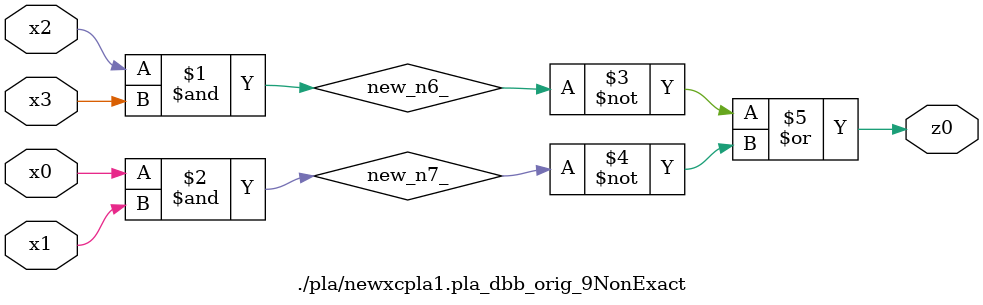
<source format=v>

module \./pla/newxcpla1.pla_dbb_orig_9NonExact  ( 
    x0, x1, x2, x3,
    z0  );
  input  x0, x1, x2, x3;
  output z0;
  wire new_n6_, new_n7_;
  assign new_n6_ = x2 & x3;
  assign new_n7_ = x0 & x1;
  assign z0 = ~new_n6_ | ~new_n7_;
endmodule



</source>
